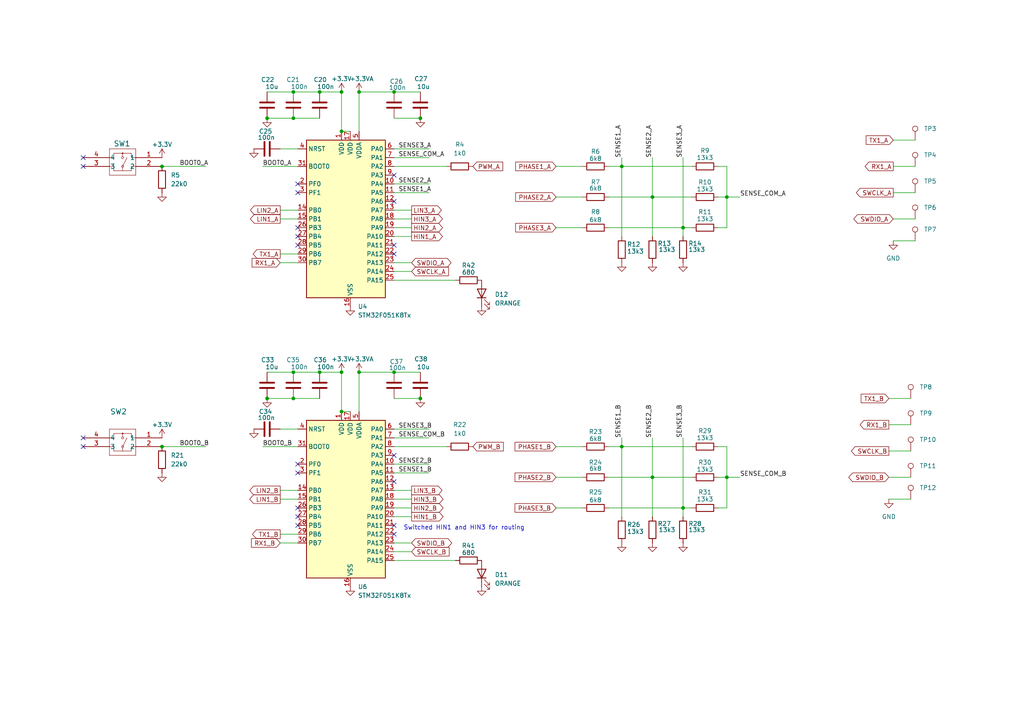
<source format=kicad_sch>
(kicad_sch (version 20231120) (generator "eeschema") (generator_version "8.0")
  (paper "A4")
  (lib_symbols
    (symbol "Connector:TestPoint" (pin_numbers hide) (pin_names (offset 0.762) hide)
      (property "Reference" "TP" (at 0 6.858 0))
      (property "Value" "TestPoint" (at 0 5.08 0))
      (symbol "TestPoint_0_1"
        (circle (center 0 3.302) (radius 0.762))
      )
      (symbol "TestPoint_1_1"
        (pin passive line (at 0 0 90) (length 2.54) (name "1") (number "1"))
      )
    )
    (symbol "Device:C" (pin_numbers hide) (pin_names (offset 0.254))
      (property "Reference" "C" (at 0.635 2.54 0))
      (property "Value" "C" (at 0.635 -2.54 0))
      (symbol "C_0_1"
        (polyline (pts (xy -2.032 -0.762) (xy 2.032 -0.762)) (stroke (width 0.508)))
        (polyline (pts (xy -2.032 0.762) (xy 2.032 0.762)) (stroke (width 0.508)))
      )
      (symbol "C_1_1"
        (pin passive line (at 0 3.81 270) (length 2.794) (name "~") (number "1"))
        (pin passive line (at 0 -3.81 90) (length 2.794) (name "~") (number "2"))
      )
    )
    (symbol "Device:LED" (pin_numbers hide) (pin_names (offset 1.016) hide)
      (property "Reference" "D" (at 0 2.54 0))
      (property "Value" "LED" (at 0 -2.54 0))
      (symbol "LED_0_1"
        (polyline (pts (xy -1.27 -1.27) (xy -1.27 1.27)) (stroke (width 0.254)))
        (polyline (pts (xy -1.27 0) (xy 1.27 0)))
        (polyline (pts (xy 1.27 -1.27) (xy 1.27 1.27) (xy -1.27 0) (xy 1.27 -1.27)) (stroke (width 0.254)))
        (polyline (pts (xy -3.048 -0.762) (xy -4.572 -2.286) (xy -3.81 -2.286) (xy -4.572 -2.286) (xy -4.572 -1.524)))
        (polyline (pts (xy -1.778 -0.762) (xy -3.302 -2.286) (xy -2.54 -2.286) (xy -3.302 -2.286) (xy -3.302 -1.524)))
      )
      (symbol "LED_1_1"
        (pin passive line (at -3.81 0 0) (length 2.54) (name "K") (number "1"))
        (pin passive line (at 3.81 0 180) (length 2.54) (name "A") (number "2"))
      )
    )
    (symbol "Device:R" (pin_numbers hide) (pin_names (offset 0))
      (property "Reference" "R" (at 2.032 0 90))
      (property "Value" "R" (at 0 0 90))
      (symbol "R_0_1"
        (rectangle (start -1.016 -2.54) (end 1.016 2.54) (stroke (width 0.254)))
      )
      (symbol "R_1_1"
        (pin passive line (at 0 3.81 270) (length 1.27) (name "~") (number "1"))
        (pin passive line (at 0 -3.81 90) (length 1.27) (name "~") (number "2"))
      )
    )
    (symbol "GND_2" (power) (pin_numbers hide) (pin_names (offset 0) hide)
      (property "Value" "GND" (at 0 -3.81 0))
      (symbol "GND_2_0_1"
        (polyline (pts (xy 0 0) (xy 0 -1.27) (xy 1.27 -1.27) (xy 0 -2.54) (xy -1.27 -1.27) (xy 0 -1.27)))
      )
      (symbol "GND_2_1_1"
        (pin power_in line (at 0 0 270) (length 0) (name "~") (number "1"))
      )
    )
    (symbol "MCU_ST_STM32F0:STM32F051K8Tx"
      (property "Reference" "U" (at -10.16 24.13 0))
      (property "Value" "STM32F051K8Tx" (at 7.62 24.13 0))
      (symbol "STM32F051K8Tx_0_1"
        (rectangle (start -10.16 -22.86) (end 12.7 22.86) (stroke (width 0.254)) (fill (type background)))
      )
      (symbol "STM32F051K8Tx_1_1"
        (pin power_in line (at 0 25.4 270) (length 2.54) (name "VDD") (number "1"))
        (pin bidirectional line (at 15.24 10.16 180) (length 2.54) (name "PA4") (number "10"))
        (pin bidirectional line (at 15.24 7.62 180) (length 2.54) (name "PA5") (number "11"))
        (pin bidirectional line (at 15.24 5.08 180) (length 2.54) (name "PA6") (number "12"))
        (pin bidirectional line (at 15.24 2.54 180) (length 2.54) (name "PA7") (number "13"))
        (pin bidirectional line (at -12.7 2.54 0) (length 2.54) (name "PB0") (number "14"))
        (pin bidirectional line (at -12.7 0 0) (length 2.54) (name "PB1") (number "15"))
        (pin power_in line (at 2.54 -25.4 90) (length 2.54) (name "VSS") (number "16"))
        (pin power_in line (at 2.54 25.4 270) (length 2.54) (name "VDD") (number "17"))
        (pin bidirectional line (at 15.24 0 180) (length 2.54) (name "PA8") (number "18"))
        (pin bidirectional line (at 15.24 -2.54 180) (length 2.54) (name "PA9") (number "19"))
        (pin bidirectional line (at -12.7 10.16 0) (length 2.54) (name "PF0") (number "2"))
        (pin bidirectional line (at 15.24 -5.08 180) (length 2.54) (name "PA10") (number "20"))
        (pin bidirectional line (at 15.24 -7.62 180) (length 2.54) (name "PA11") (number "21"))
        (pin bidirectional line (at 15.24 -10.16 180) (length 2.54) (name "PA12") (number "22"))
        (pin bidirectional line (at 15.24 -12.7 180) (length 2.54) (name "PA13") (number "23"))
        (pin bidirectional line (at 15.24 -15.24 180) (length 2.54) (name "PA14") (number "24"))
        (pin bidirectional line (at 15.24 -17.78 180) (length 2.54) (name "PA15") (number "25"))
        (pin bidirectional line (at -12.7 -2.54 0) (length 2.54) (name "PB3") (number "26"))
        (pin bidirectional line (at -12.7 -5.08 0) (length 2.54) (name "PB4") (number "27"))
        (pin bidirectional line (at -12.7 -7.62 0) (length 2.54) (name "PB5") (number "28"))
        (pin bidirectional line (at -12.7 -10.16 0) (length 2.54) (name "PB6") (number "29"))
        (pin bidirectional line (at -12.7 7.62 0) (length 2.54) (name "PF1") (number "3"))
        (pin bidirectional line (at -12.7 -12.7 0) (length 2.54) (name "PB7") (number "30"))
        (pin input line (at -12.7 15.24 0) (length 2.54) (name "BOOT0") (number "31"))
        (pin passive line (at 2.54 -25.4 90) (length 2.54) hide (name "VSS") (number "32"))
        (pin input line (at -12.7 20.32 0) (length 2.54) (name "NRST") (number "4"))
        (pin power_in line (at 5.08 25.4 270) (length 2.54) (name "VDDA") (number "5"))
        (pin bidirectional line (at 15.24 20.32 180) (length 2.54) (name "PA0") (number "6"))
        (pin bidirectional line (at 15.24 17.78 180) (length 2.54) (name "PA1") (number "7"))
        (pin bidirectional line (at 15.24 15.24 180) (length 2.54) (name "PA2") (number "8"))
        (pin bidirectional line (at 15.24 12.7 180) (length 2.54) (name "PA3") (number "9"))
      )
    )
    (symbol "Project_Library:EVP-AA602W" (pin_names (offset 0.254))
      (property "Reference" "SW" (at 11.43 7.62 0))
      (property "Value" "EVP-AA602W" (at 10.16 5.08 0))
      (symbol "EVP-AA602W_0_1"
        (polyline (pts (xy 7.62 -5.08) (xy 15.24 -5.08)) (stroke (width 0.127)))
        (polyline (pts (xy 7.62 -2.54) (xy 8.89 -2.54)) (stroke (width 0.127)))
        (polyline (pts (xy 7.62 0) (xy 8.89 0)) (stroke (width 0.127)))
        (polyline (pts (xy 7.62 2.54) (xy 7.62 -5.08)) (stroke (width 0.127)))
        (polyline (pts (xy 8.89 -3.81) (xy 13.97 -3.81)) (stroke (width 0.127)))
        (polyline (pts (xy 8.89 -2.54) (xy 8.89 -3.81)) (stroke (width 0.127)))
        (polyline (pts (xy 8.89 1.27) (xy 8.89 0)) (stroke (width 0.127)))
        (polyline (pts (xy 11.43 -3.81) (xy 11.43 -2.8575)) (stroke (width 0.127)))
        (polyline (pts (xy 11.43 -2.54) (xy 10.16 0)) (stroke (width 0.127)))
        (polyline (pts (xy 11.43 0.3175) (xy 11.43 1.27)) (stroke (width 0.127)))
        (polyline (pts (xy 13.97 -3.81) (xy 13.97 -2.54)) (stroke (width 0.127)))
        (polyline (pts (xy 13.97 -2.54) (xy 15.24 -2.54)) (stroke (width 0.127)))
        (polyline (pts (xy 13.97 0) (xy 13.97 1.27)) (stroke (width 0.127)))
        (polyline (pts (xy 13.97 0) (xy 15.24 0)) (stroke (width 0.127)))
        (polyline (pts (xy 13.97 1.27) (xy 8.89 1.27)) (stroke (width 0.127)))
        (polyline (pts (xy 15.24 -5.08) (xy 15.24 2.54)) (stroke (width 0.127)))
        (polyline (pts (xy 15.24 2.54) (xy 7.62 2.54)) (stroke (width 0.127)))
        (circle (center 11.43 -2.54) (radius 0.3048) (stroke (width 0.127)))
        (circle (center 11.43 0) (radius 0.3048) (stroke (width 0.127)))
        (circle (center 11.43 1.27) (radius 0.127) (stroke (width 0.2032)))
        (pin unspecified line (at 0 0 0) (length 7.62) (name "1") (number "1"))
        (pin unspecified line (at 0 -2.54 0) (length 7.62) (name "2") (number "2"))
        (pin unspecified line (at 22.86 -2.54 180) (length 7.62) (name "3") (number "3"))
        (pin unspecified line (at 22.86 0 180) (length 7.62) (name "4") (number "4"))
      )
    )
    (symbol "power:+3.3V" (power) (pin_names (offset 0))
      (property "Value" "+3.3V" (at 0 3.556 0))
      (symbol "+3.3V_0_1"
        (polyline (pts (xy -0.762 1.27) (xy 0 2.54)))
        (polyline (pts (xy 0 0) (xy 0 2.54)))
        (polyline (pts (xy 0 2.54) (xy 0.762 1.27)))
      )
      (symbol "+3.3V_1_1"
        (pin power_in line (at 0 0 90) (length 0) hide (name "+3.3V") (number "1"))
      )
    )
    (symbol "power:+3.3VA" (power) (pin_numbers hide) (pin_names (offset 0) hide)
      (property "Value" "+3.3VA" (at 0 3.556 0))
      (symbol "+3.3VA_0_1"
        (polyline (pts (xy -0.762 1.27) (xy 0 2.54)))
        (polyline (pts (xy 0 0) (xy 0 2.54)))
        (polyline (pts (xy 0 2.54) (xy 0.762 1.27)))
      )
      (symbol "+3.3VA_1_1"
        (pin power_in line (at 0 0 90) (length 0) (name "~") (number "1"))
      )
    )
    (symbol "power:GND" (power) (pin_numbers hide) (pin_names (offset 0) hide)
      (property "Value" "GND" (at 0 -3.81 0))
      (symbol "GND_0_1"
        (polyline (pts (xy 0 0) (xy 0 -1.27) (xy 1.27 -1.27) (xy 0 -2.54) (xy -1.27 -1.27) (xy 0 -1.27)))
      )
      (symbol "GND_1_1"
        (pin power_in line (at 0 0 270) (length 0) (name "~") (number "1"))
      )
    )
  )
  (junction (at 46.99 48.26))
  (junction (at 180.34 129.54))
  (junction (at 121.92 34.29))
  (junction (at 85.09 34.29))
  (junction (at 198.12 147.32))
  (junction (at 114.3 107.95))
  (junction (at 189.23 138.43))
  (junction (at 85.09 26.67))
  (junction (at 114.3 26.67))
  (junction (at 121.92 115.57))
  (junction (at 99.06 107.95))
  (junction (at 180.34 48.26))
  (junction (at 99.06 26.67))
  (junction (at 104.14 107.95))
  (junction (at 104.14 26.67))
  (junction (at 77.47 115.57))
  (junction (at 85.09 115.57))
  (junction (at 77.47 34.29))
  (junction (at 210.82 57.15))
  (junction (at 46.99 129.54))
  (junction (at 99.06 38.1))
  (junction (at 198.12 66.04))
  (junction (at 92.71 107.95))
  (junction (at 189.23 57.15))
  (junction (at 92.71 26.67))
  (junction (at 210.82 138.43))
  (junction (at 85.09 107.95))
  (junction (at 99.06 119.38))
  (no_connect (at 114.3 71.12))
  (no_connect (at 86.36 71.12))
  (no_connect (at 86.36 66.04))
  (no_connect (at 24.13 127))
  (no_connect (at 114.3 154.94))
  (no_connect (at 114.3 58.42))
  (no_connect (at 24.13 45.72))
  (no_connect (at 86.36 68.58))
  (no_connect (at 114.3 50.8))
  (no_connect (at 86.36 55.88))
  (no_connect (at 114.3 139.7))
  (no_connect (at 86.36 147.32))
  (no_connect (at 86.36 152.4))
  (no_connect (at 24.13 48.26))
  (no_connect (at 24.13 129.54))
  (no_connect (at 86.36 134.62))
  (no_connect (at 114.3 73.66))
  (no_connect (at 86.36 53.34))
  (no_connect (at 114.3 132.08))
  (no_connect (at 86.36 137.16))
  (no_connect (at 114.3 152.4))
  (no_connect (at 86.36 149.86))
  (wire (pts (xy 81.28 76.2) (xy 86.36 76.2)))
  (wire (pts (xy 114.3 144.78) (xy 119.38 144.78)))
  (wire (pts (xy 114.3 68.58) (xy 119.38 68.58)))
  (wire (pts (xy 189.23 57.15) (xy 189.23 68.58)))
  (wire (pts (xy 114.3 160.02) (xy 119.38 160.02)))
  (wire (pts (xy 208.28 129.54) (xy 210.82 129.54)))
  (wire (pts (xy 198.12 147.32) (xy 198.12 149.86)))
  (wire (pts (xy 114.3 76.2) (xy 119.38 76.2)))
  (wire (pts (xy 114.3 48.26) (xy 129.54 48.26)))
  (wire (pts (xy 85.09 26.67) (xy 92.71 26.67)))
  (wire (pts (xy 99.06 107.95) (xy 99.06 119.38)))
  (wire (pts (xy 77.47 34.29) (xy 85.09 34.29)))
  (wire (pts (xy 81.28 144.78) (xy 86.36 144.78)))
  (wire (pts (xy 104.14 26.67) (xy 104.14 38.1)))
  (wire (pts (xy 208.28 48.26) (xy 210.82 48.26)))
  (wire (pts (xy 114.3 137.16) (xy 124.46 137.16)))
  (wire (pts (xy 81.28 124.46) (xy 86.36 124.46)))
  (wire (pts (xy 81.28 154.94) (xy 86.36 154.94)))
  (wire (pts (xy 161.29 48.26) (xy 168.91 48.26)))
  (wire (pts (xy 46.99 129.54) (xy 59.69 129.54)))
  (wire (pts (xy 114.3 124.46) (xy 124.46 124.46)))
  (wire (pts (xy 198.12 66.04) (xy 198.12 68.58)))
  (wire (pts (xy 81.28 63.5) (xy 86.36 63.5)))
  (wire (pts (xy 114.3 115.57) (xy 121.92 115.57)))
  (wire (pts (xy 176.53 138.43) (xy 189.23 138.43)))
  (wire (pts (xy 99.06 26.67) (xy 99.06 38.1)))
  (wire (pts (xy 114.3 157.48) (xy 119.38 157.48)))
  (wire (pts (xy 210.82 129.54) (xy 210.82 138.43)))
  (wire (pts (xy 76.2 129.54) (xy 86.36 129.54)))
  (wire (pts (xy 257.81 123.19) (xy 264.16 123.19)))
  (wire (pts (xy 189.23 57.15) (xy 200.66 57.15)))
  (wire (pts (xy 176.53 66.04) (xy 198.12 66.04)))
  (wire (pts (xy 114.3 63.5) (xy 119.38 63.5)))
  (wire (pts (xy 180.34 48.26) (xy 200.66 48.26)))
  (wire (pts (xy 189.23 138.43) (xy 200.66 138.43)))
  (wire (pts (xy 176.53 48.26) (xy 180.34 48.26)))
  (wire (pts (xy 114.3 34.29) (xy 121.92 34.29)))
  (wire (pts (xy 77.47 26.67) (xy 85.09 26.67)))
  (wire (pts (xy 161.29 147.32) (xy 168.91 147.32)))
  (wire (pts (xy 208.28 57.15) (xy 210.82 57.15)))
  (wire (pts (xy 176.53 57.15) (xy 189.23 57.15)))
  (wire (pts (xy 208.28 138.43) (xy 210.82 138.43)))
  (wire (pts (xy 92.71 26.67) (xy 99.06 26.67)))
  (wire (pts (xy 257.81 144.78) (xy 264.16 144.78)))
  (wire (pts (xy 176.53 129.54) (xy 180.34 129.54)))
  (wire (pts (xy 46.99 48.26) (xy 59.69 48.26)))
  (wire (pts (xy 114.3 149.86) (xy 119.38 149.86)))
  (wire (pts (xy 189.23 138.43) (xy 189.23 149.86)))
  (wire (pts (xy 81.28 43.18) (xy 86.36 43.18)))
  (wire (pts (xy 132.08 162.56) (xy 114.3 162.56)))
  (wire (pts (xy 257.81 115.57) (xy 264.16 115.57)))
  (wire (pts (xy 180.34 129.54) (xy 200.66 129.54)))
  (wire (pts (xy 77.47 115.57) (xy 85.09 115.57)))
  (wire (pts (xy 210.82 57.15) (xy 214.63 57.15)))
  (wire (pts (xy 198.12 45.72) (xy 198.12 66.04)))
  (wire (pts (xy 257.81 138.43) (xy 264.16 138.43)))
  (wire (pts (xy 114.3 60.96) (xy 119.38 60.96)))
  (wire (pts (xy 161.29 138.43) (xy 168.91 138.43)))
  (wire (pts (xy 114.3 142.24) (xy 119.38 142.24)))
  (wire (pts (xy 85.09 107.95) (xy 92.71 107.95)))
  (wire (pts (xy 114.3 134.62) (xy 124.46 134.62)))
  (wire (pts (xy 208.28 66.04) (xy 210.82 66.04)))
  (wire (pts (xy 180.34 45.72) (xy 180.34 48.26)))
  (wire (pts (xy 114.3 78.74) (xy 119.38 78.74)))
  (wire (pts (xy 161.29 66.04) (xy 168.91 66.04)))
  (wire (pts (xy 114.3 55.88) (xy 124.46 55.88)))
  (wire (pts (xy 92.71 107.95) (xy 99.06 107.95)))
  (wire (pts (xy 210.82 57.15) (xy 210.82 66.04)))
  (wire (pts (xy 114.3 53.34) (xy 124.46 53.34)))
  (wire (pts (xy 81.28 157.48) (xy 86.36 157.48)))
  (wire (pts (xy 180.34 48.26) (xy 180.34 68.58)))
  (wire (pts (xy 104.14 26.67) (xy 114.3 26.67)))
  (wire (pts (xy 114.3 147.32) (xy 119.38 147.32)))
  (wire (pts (xy 176.53 147.32) (xy 198.12 147.32)))
  (wire (pts (xy 210.82 48.26) (xy 210.82 57.15)))
  (wire (pts (xy 198.12 147.32) (xy 200.66 147.32)))
  (wire (pts (xy 189.23 127) (xy 189.23 138.43)))
  (wire (pts (xy 114.3 129.54) (xy 129.54 129.54)))
  (wire (pts (xy 85.09 115.57) (xy 92.71 115.57)))
  (wire (pts (xy 210.82 138.43) (xy 210.82 147.32)))
  (wire (pts (xy 198.12 66.04) (xy 200.66 66.04)))
  (wire (pts (xy 99.06 119.38) (xy 101.6 119.38)))
  (wire (pts (xy 259.08 40.64) (xy 265.43 40.64)))
  (wire (pts (xy 259.08 63.5) (xy 265.43 63.5)))
  (wire (pts (xy 81.28 73.66) (xy 86.36 73.66)))
  (wire (pts (xy 189.23 45.72) (xy 189.23 57.15)))
  (wire (pts (xy 198.12 127) (xy 198.12 147.32)))
  (wire (pts (xy 114.3 26.67) (xy 121.92 26.67)))
  (wire (pts (xy 114.3 127) (xy 124.46 127)))
  (wire (pts (xy 161.29 57.15) (xy 168.91 57.15)))
  (wire (pts (xy 104.14 107.95) (xy 104.14 119.38)))
  (wire (pts (xy 85.09 34.29) (xy 92.71 34.29)))
  (wire (pts (xy 114.3 107.95) (xy 121.92 107.95)))
  (wire (pts (xy 104.14 107.95) (xy 114.3 107.95)))
  (wire (pts (xy 259.08 55.88) (xy 265.43 55.88)))
  (wire (pts (xy 114.3 45.72) (xy 124.46 45.72)))
  (wire (pts (xy 210.82 138.43) (xy 214.63 138.43)))
  (wire (pts (xy 208.28 147.32) (xy 210.82 147.32)))
  (wire (pts (xy 99.06 38.1) (xy 101.6 38.1)))
  (wire (pts (xy 81.28 60.96) (xy 86.36 60.96)))
  (wire (pts (xy 257.81 130.81) (xy 264.16 130.81)))
  (wire (pts (xy 77.47 107.95) (xy 85.09 107.95)))
  (wire (pts (xy 161.29 129.54) (xy 168.91 129.54)))
  (wire (pts (xy 132.08 81.28) (xy 114.3 81.28)))
  (wire (pts (xy 81.28 142.24) (xy 86.36 142.24)))
  (wire (pts (xy 259.08 48.26) (xy 265.43 48.26)))
  (wire (pts (xy 76.2 48.26) (xy 86.36 48.26)))
  (wire (pts (xy 114.3 43.18) (xy 124.46 43.18)))
  (wire (pts (xy 259.08 69.85) (xy 265.43 69.85)))
  (wire (pts (xy 114.3 66.04) (xy 119.38 66.04)))
  (wire (pts (xy 180.34 127) (xy 180.34 129.54)))
  (wire (pts (xy 180.34 129.54) (xy 180.34 149.86)))
  (text "Switched HIN1 and HIN3 for routing" (at 134.62 153.162 0) (effects (font (size 1.27 1.27))))
  (label "SENSE_COM_A" (at 115.57 45.72 0))
  (label "SENSE2_A" (at 115.57 53.34 0))
  (label "SENSE1_B" (at 115.57 137.16 0))
  (label "SENSE1_B" (at 180.34 127 90))
  (label "SENSE1_A" (at 115.57 55.88 0))
  (label "BOOT0_A" (at 52.07 48.26 0))
  (label "SENSE3_B" (at 198.12 127 90))
  (label "SENSE2_B" (at 189.23 127 90))
  (label "SENSE2_B" (at 115.57 134.62 0))
  (label "BOOT0_B" (at 52.07 129.54 0))
  (label "SENSE_COM_B" (at 214.63 138.43 0))
  (label "SENSE3_A" (at 198.12 45.72 90))
  (label "BOOT0_B" (at 76.2 129.54 0))
  (label "SENSE_COM_A" (at 214.63 57.15 0))
  (label "SENSE_COM_B" (at 115.57 127 0))
  (label "SENSE3_B" (at 115.57 124.46 0))
  (label "BOOT0_A" (at 76.2 48.26 0))
  (label "SENSE2_A" (at 189.23 45.72 90))
  (label "SENSE3_A" (at 115.57 43.18 0))
  (label "SENSE1_A" (at 180.34 45.72 90))
  (global_label "SWDIO_A" (shape bidirectional) (at 119.38 76.2 0) (property "Intersheetrefs" "${INTERSHEET_REFS}" (effects (hide yes))))
  (global_label "PHASE2_B" (shape input) (at 161.29 138.43 180) (property "Intersheetrefs" "${INTERSHEET_REFS}" (effects (hide yes))))
  (global_label "SWDIO_A" (shape bidirectional) (at 259.08 63.5 180) (property "Intersheetrefs" "${INTERSHEET_REFS}" (effects (hide yes))))
  (global_label "PWM_B" (shape input) (at 137.16 129.54 0) (property "Intersheetrefs" "${INTERSHEET_REFS}" (effects (hide yes))))
  (global_label "SWCLK_A" (shape output) (at 259.08 55.88 180) (property "Intersheetrefs" "${INTERSHEET_REFS}" (effects (hide yes))))
  (global_label "TX1_B" (shape input) (at 257.81 115.57 180) (property "Intersheetrefs" "${INTERSHEET_REFS}" (effects (hide yes))))
  (global_label "PHASE3_A" (shape input) (at 161.29 66.04 180) (property "Intersheetrefs" "${INTERSHEET_REFS}" (effects (hide yes))))
  (global_label "LIN3_B" (shape output) (at 119.38 142.24 0) (property "Intersheetrefs" "${INTERSHEET_REFS}" (effects (hide yes))))
  (global_label "SWCLK_B" (shape output) (at 257.81 130.81 180) (property "Intersheetrefs" "${INTERSHEET_REFS}" (effects (hide yes))))
  (global_label "PHASE3_B" (shape input) (at 161.29 147.32 180) (property "Intersheetrefs" "${INTERSHEET_REFS}" (effects (hide yes))))
  (global_label "TX1_A" (shape input) (at 259.08 40.64 180) (property "Intersheetrefs" "${INTERSHEET_REFS}" (effects (hide yes))))
  (global_label "PHASE1_B" (shape input) (at 161.29 129.54 180) (property "Intersheetrefs" "${INTERSHEET_REFS}" (effects (hide yes))))
  (global_label "PHASE1_A" (shape input) (at 161.29 48.26 180) (property "Intersheetrefs" "${INTERSHEET_REFS}" (effects (hide yes))))
  (global_label "TX1_B" (shape output) (at 81.28 154.94 180) (property "Intersheetrefs" "${INTERSHEET_REFS}" (effects (hide yes))))
  (global_label "HIN3_B" (shape output) (at 119.38 144.78 0) (property "Intersheetrefs" "${INTERSHEET_REFS}" (effects (hide yes))))
  (global_label "LIN3_A" (shape output) (at 119.38 60.96 0) (property "Intersheetrefs" "${INTERSHEET_REFS}" (effects (hide yes))))
  (global_label "SWDIO_B" (shape bidirectional) (at 257.81 138.43 180) (property "Intersheetrefs" "${INTERSHEET_REFS}" (effects (hide yes))))
  (global_label "RX1_A" (shape output) (at 259.08 48.26 180) (property "Intersheetrefs" "${INTERSHEET_REFS}" (effects (hide yes))))
  (global_label "TX1_A" (shape output) (at 81.28 73.66 180) (property "Intersheetrefs" "${INTERSHEET_REFS}" (effects (hide yes))))
  (global_label "SWDIO_B" (shape bidirectional) (at 119.38 157.48 0) (property "Intersheetrefs" "${INTERSHEET_REFS}" (effects (hide yes))))
  (global_label "RX1_B" (shape output) (at 257.81 123.19 180) (property "Intersheetrefs" "${INTERSHEET_REFS}" (effects (hide yes))))
  (global_label "HIN2_A" (shape output) (at 119.38 66.04 0) (property "Intersheetrefs" "${INTERSHEET_REFS}" (effects (hide yes))))
  (global_label "LIN2_A" (shape output) (at 81.28 60.96 180) (property "Intersheetrefs" "${INTERSHEET_REFS}" (effects (hide yes))))
  (global_label "SWCLK_B" (shape input) (at 119.38 160.02 0) (property "Intersheetrefs" "${INTERSHEET_REFS}" (effects (hide yes))))
  (global_label "PWM_A" (shape input) (at 137.16 48.26 0) (property "Intersheetrefs" "${INTERSHEET_REFS}" (effects (hide yes))))
  (global_label "SWCLK_A" (shape input) (at 119.38 78.74 0) (property "Intersheetrefs" "${INTERSHEET_REFS}" (effects (hide yes))))
  (global_label "HIN3_A" (shape output) (at 119.38 63.5 0) (property "Intersheetrefs" "${INTERSHEET_REFS}" (effects (hide yes))))
  (global_label "HIN2_B" (shape output) (at 119.38 147.32 0) (property "Intersheetrefs" "${INTERSHEET_REFS}" (effects (hide yes))))
  (global_label "HIN1_B" (shape output) (at 119.38 149.86 0) (property "Intersheetrefs" "${INTERSHEET_REFS}" (effects (hide yes))))
  (global_label "LIN1_A" (shape output) (at 81.28 63.5 180) (property "Intersheetrefs" "${INTERSHEET_REFS}" (effects (hide yes))))
  (global_label "RX1_A" (shape input) (at 81.28 76.2 180) (property "Intersheetrefs" "${INTERSHEET_REFS}" (effects (hide yes))))
  (global_label "PHASE2_A" (shape input) (at 161.29 57.15 180) (property "Intersheetrefs" "${INTERSHEET_REFS}" (effects (hide yes))))
  (global_label "LIN1_B" (shape output) (at 81.28 144.78 180) (property "Intersheetrefs" "${INTERSHEET_REFS}" (effects (hide yes))))
  (global_label "RX1_B" (shape input) (at 81.28 157.48 180) (property "Intersheetrefs" "${INTERSHEET_REFS}" (effects (hide yes))))
  (global_label "HIN1_A" (shape output) (at 119.38 68.58 0) (property "Intersheetrefs" "${INTERSHEET_REFS}" (effects (hide yes))))
  (global_label "LIN2_B" (shape output) (at 81.28 142.24 180) (property "Intersheetrefs" "${INTERSHEET_REFS}" (effects (hide yes))))
  (symbol (lib_id "Device:R") (at 189.23 72.39 0) (unit 1)
    (property "Reference" "R13" (at 190.754 70.612 0) (effects (justify left)))
    (property "Value" "13k3" (at 191.008 72.39 0) (effects (justify left)))
    (property "Footprint" "ProjectLibrary:R_0201_0603Metric" (effects (hide yes)))
    (property "Description" "Resistor" (effects (hide yes)))
    (property "Manufacturer" "YAGEO" (effects (hide yes)))
    (property "Part Number" "RC0201FR-0713K3L" (effects (hide yes)))
  )
  (symbol (lib_id "Device:LED") (at 139.7 85.09 90) (unit 1)
    (property "Reference" "D12" (at 143.51 85.4074 90) (effects (justify right)))
    (property "Value" "ORANGE" (at 143.51 87.9474 90) (effects (justify right)))
    (property "Footprint" "LED_SMD:LED_0603_1608Metric" (effects (hide yes)))
    (property "Description" "Light emitting diode" (effects (hide yes)))
    (property "Manufacturer" "Lite-On" (effects (hide yes)))
    (property "Part Number" "LTST-C191KFKT" (effects (hide yes)))
    (property "Voltage" "2" (effects (hide yes)))
  )
  (symbol (lib_id "Device:R") (at 133.35 129.54 90) (unit 1)
    (property "Reference" "R22" (at 133.35 123.19 90))
    (property "Value" "1k0" (at 133.35 125.73 90))
    (property "Footprint" "ProjectLibrary:R_0201_0603Metric" (effects (hide yes)))
    (property "Description" "Resistor" (effects (hide yes)))
    (property "Manufacturer" "YAGEO" (effects (hide yes)))
    (property "Part Number" "RC0402FR-071KL" (effects (hide yes)))
  )
  (symbol (lib_id "Device:C") (at 92.71 111.76 0) (unit 1)
    (property "Reference" "C36" (at 90.932 104.394 0) (effects (justify left)))
    (property "Value" "100n" (at 91.948 106.426 0) (effects (justify left)))
    (property "Footprint" "Capacitor_SMD:C_0402_1005Metric" (effects (hide yes)))
    (property "Description" "Unpolarized capacitor" (effects (hide yes)))
    (property "Part Number" "CC0402KRX5R7BB104" (effects (hide yes)))
    (property "Manufacturer" "YAGEO" (effects (hide yes)))
    (property "Voltage" "16" (effects (hide yes)))
  )
  (symbol (lib_id "Device:C") (at 85.09 30.48 0) (unit 1)
    (property "Reference" "C21" (at 83.058 23.114 0) (effects (justify left)))
    (property "Value" "100n" (at 84.328 25.146 0) (effects (justify left)))
    (property "Footprint" "Capacitor_SMD:C_0402_1005Metric" (effects (hide yes)))
    (property "Description" "Unpolarized capacitor" (effects (hide yes)))
    (property "Part Number" "CC0402KRX5R7BB104" (effects (hide yes)))
    (property "Manufacturer" "YAGEO" (effects (hide yes)))
    (property "Voltage" "16" (effects (hide yes)))
  )
  (symbol (lib_id "Device:C") (at 77.47 43.18 90) (unit 1)
    (property "Reference" "C25" (at 78.994 38.1 90) (effects (justify left)))
    (property "Value" "100n" (at 79.756 39.878 90) (effects (justify left)))
    (property "Footprint" "Capacitor_SMD:C_0402_1005Metric" (effects (hide yes)))
    (property "Description" "Unpolarized capacitor" (effects (hide yes)))
    (property "Part Number" "CC0402KRX5R7BB104" (effects (hide yes)))
    (property "Manufacturer" "YAGEO" (effects (hide yes)))
    (property "Voltage" "16" (effects (hide yes)))
  )
  (symbol (lib_id "Connector:TestPoint") (at 264.16 123.19 0) (unit 1)
    (property "Reference" "TP9" (at 266.7 119.8879 0) (effects (justify left)))
    (property "Value" "TestPoint" (effects (hide yes)))
    (property "Footprint" "TestPoint:TestPoint_Pad_1.0x1.0mm" (effects (hide yes)))
    (property "Description" "test point" (effects (hide yes)))
  )
  (symbol (lib_id "Connector:TestPoint") (at 265.43 69.85 0) (unit 1)
    (property "Reference" "TP7" (at 267.97 66.5479 0) (effects (justify left)))
    (property "Value" "TestPoint" (effects (hide yes)))
    (property "Footprint" "ProjectLibrary:TestPoint_Pad_1.0x1.5mm" (effects (hide yes)))
    (property "Description" "test point" (effects (hide yes)))
  )
  (symbol (lib_id "Device:R") (at 204.47 129.54 90) (unit 1)
    (property "Reference" "R29" (at 204.47 124.968 90))
    (property "Value" "13k3" (at 204.47 127 90))
    (property "Footprint" "ProjectLibrary:R_0201_0603Metric" (effects (hide yes)))
    (property "Description" "Resistor" (effects (hide yes)))
    (property "Manufacturer" "YAGEO" (effects (hide yes)))
    (property "Part Number" "RC0201FR-0713K3L" (effects (hide yes)))
  )
  (symbol (lib_id "Device:R") (at 135.89 162.56 90) (unit 1)
    (property "Reference" "R41" (at 135.89 158.242 90))
    (property "Value" "680" (at 135.89 160.274 90))
    (property "Footprint" "ProjectLibrary:R_0201_0603Metric" (effects (hide yes)))
    (property "Description" "Resistor" (effects (hide yes)))
    (property "Manufacturer" "YAGEO" (effects (hide yes)))
    (property "Part Number" "RC0402FR-13680RL" (effects (hide yes)))
  )
  (symbol (lib_id "Connector:TestPoint") (at 264.16 130.81 0) (unit 1)
    (property "Reference" "TP10" (at 266.7 127.5079 0) (effects (justify left)))
    (property "Value" "TestPoint" (effects (hide yes)))
    (property "Footprint" "TestPoint:TestPoint_Pad_1.0x1.0mm" (effects (hide yes)))
    (property "Description" "test point" (effects (hide yes)))
  )
  (symbol (lib_name "GND_2") (lib_id "power:GND") (at 121.92 115.57 0) (unit 1)
    (property "Reference" "#PWR072" (effects (hide yes)))
    (property "Value" "GND" (effects (hide yes)))
    (property "Description" "Power symbol creates a global label with name \"GND\" , ground" (effects (hide yes)))
  )
  (symbol (lib_id "MCU_ST_STM32F0:STM32F051K8Tx") (at 99.06 63.5 0) (unit 1)
    (property "Reference" "U4" (at 103.7941 88.9 0) (effects (justify left)))
    (property "Value" "STM32F051K8Tx" (at 103.7941 91.44 0) (effects (justify left)))
    (property "Footprint" "Package_QFP:LQFP-32_7x7mm_P0.8mm" (effects (hide yes)))
    (property "Datasheet" "https://www.st.com/resource/en/datasheet/stm32f051k8.pdf" (effects (hide yes)))
    (property "Description" "STMicroelectronics Arm Cortex-M0 MCU, 64KB flash, 8KB RAM, 48 MHz, 2.0-3.6V, 25 GPIO, LQFP32" (effects (hide yes)))
    (property "Manufacturer" "STM" (effects (hide yes)))
    (property "Part Number" "STM32F051K8T6" (effects (hide yes)))
  )
  (symbol (lib_id "Connector:TestPoint") (at 265.43 63.5 0) (unit 1)
    (property "Reference" "TP6" (at 267.97 60.1979 0) (effects (justify left)))
    (property "Value" "TestPoint" (effects (hide yes)))
    (property "Footprint" "TestPoint:TestPoint_Pad_1.0x1.0mm" (effects (hide yes)))
    (property "Description" "test point" (effects (hide yes)))
  )
  (symbol (lib_id "Device:C") (at 121.92 111.76 0) (unit 1)
    (property "Reference" "C38" (at 120.142 104.14 0) (effects (justify left)))
    (property "Value" "10u" (at 120.904 106.426 0) (effects (justify left)))
    (property "Footprint" "Capacitor_SMD:C_0402_1005Metric" (effects (hide yes)))
    (property "Part Number" "GRM155R61E102KA01D" (effects (hide yes)))
    (property "Voltage" "10" (effects (hide yes)))
    (property "Tolerance" "10%" (effects (hide yes)))
    (property "Manufacturer" "YAGEO" (effects (hide yes)))
  )
  (symbol (lib_id "Device:R") (at 180.34 153.67 0) (unit 1)
    (property "Reference" "R26" (at 181.864 152.146 0) (effects (justify left)))
    (property "Value" "13k3" (at 181.864 154.178 0) (effects (justify left)))
    (property "Footprint" "ProjectLibrary:R_0201_0603Metric" (effects (hide yes)))
    (property "Description" "Resistor" (effects (hide yes)))
    (property "Manufacturer" "YAGEO" (effects (hide yes)))
    (property "Part Number" "RC0201FR-0713K3L" (effects (hide yes)))
  )
  (symbol (lib_id "power:+3.3VA") (at 104.14 26.67 0) (unit 1)
    (property "Reference" "#PWR043" (effects (hide yes)))
    (property "Value" "+3.3VA" (at 104.902 22.86 0))
    (property "Description" "Power symbol creates a global label with name \"+3.3VA\"" (effects (hide yes)))
  )
  (symbol (lib_id "power:GND") (at 101.6 170.18 0) (unit 1)
    (property "Reference" "#PWR070" (effects (hide yes)))
    (property "Value" "GND" (effects (hide yes)))
    (property "Description" "Power symbol creates a global label with name \"GND\" , ground" (effects (hide yes)))
  )
  (symbol (lib_id "power:+3.3V") (at 99.06 107.95 0) (unit 1)
    (property "Reference" "#PWR069" (effects (hide yes)))
    (property "Value" "+3.3V" (at 99.06 104.14 0))
  )
  (symbol (lib_id "power:GND") (at 180.34 157.48 0) (unit 1)
    (property "Reference" "#PWR073" (effects (hide yes)))
    (property "Value" "GND" (effects (hide yes)))
    (property "Description" "Power symbol creates a global label with name \"GND\" , ground" (effects (hide yes)))
  )
  (symbol (lib_id "power:GND") (at 259.08 69.85 0) (unit 1)
    (property "Reference" "#PWR088" (effects (hide yes)))
    (property "Value" "GND" (at 259.08 74.93 0))
    (property "Description" "Power symbol creates a global label with name \"GND\" , ground" (effects (hide yes)))
  )
  (symbol (lib_id "power:+3.3VA") (at 104.14 107.95 0) (unit 1)
    (property "Reference" "#PWR071" (effects (hide yes)))
    (property "Value" "+3.3VA" (at 104.902 104.14 0))
    (property "Description" "Power symbol creates a global label with name \"+3.3VA\"" (effects (hide yes)))
  )
  (symbol (lib_id "Connector:TestPoint") (at 265.43 48.26 0) (unit 1)
    (property "Reference" "TP4" (at 267.97 44.9579 0) (effects (justify left)))
    (property "Value" "TestPoint" (effects (hide yes)))
    (property "Footprint" "TestPoint:TestPoint_Pad_1.0x1.0mm" (effects (hide yes)))
    (property "Description" "test point" (effects (hide yes)))
  )
  (symbol (lib_id "Connector:TestPoint") (at 264.16 144.78 0) (unit 1)
    (property "Reference" "TP12" (at 266.7 141.4779 0) (effects (justify left)))
    (property "Value" "TestPoint" (effects (hide yes)))
    (property "Footprint" "ProjectLibrary:TestPoint_Pad_1.0x1.5mm" (effects (hide yes)))
    (property "Description" "test point" (effects (hide yes)))
  )
  (symbol (lib_id "Connector:TestPoint") (at 264.16 115.57 0) (unit 1)
    (property "Reference" "TP8" (at 266.7 112.2679 0) (effects (justify left)))
    (property "Value" "TestPoint" (effects (hide yes)))
    (property "Footprint" "TestPoint:TestPoint_Pad_1.0x1.0mm" (effects (hide yes)))
    (property "Description" "test point" (effects (hide yes)))
  )
  (symbol (lib_id "Device:C") (at 121.92 30.48 0) (unit 1)
    (property "Reference" "C27" (at 120.142 22.86 0) (effects (justify left)))
    (property "Value" "10u" (at 120.904 25.146 0) (effects (justify left)))
    (property "Footprint" "Capacitor_SMD:C_0402_1005Metric" (effects (hide yes)))
    (property "Part Number" "GRM155R61E102KA01D" (effects (hide yes)))
    (property "Voltage" "10" (effects (hide yes)))
    (property "Tolerance" "10%" (effects (hide yes)))
    (property "Manufacturer" "YAGEO" (effects (hide yes)))
  )
  (symbol (lib_id "Connector:TestPoint") (at 264.16 138.43 0) (unit 1)
    (property "Reference" "TP11" (at 266.7 135.1279 0) (effects (justify left)))
    (property "Value" "TestPoint" (effects (hide yes)))
    (property "Footprint" "TestPoint:TestPoint_Pad_1.0x1.0mm" (effects (hide yes)))
    (property "Description" "test point" (effects (hide yes)))
  )
  (symbol (lib_id "Project_Library:EVP-AA602W") (at 46.99 45.72 0) (mirror y) (unit 1)
    (property "Reference" "SW1" (at 37.846 41.656 0) (effects (font (size 1.524 1.524)) (justify left)))
    (property "Value" "EVPAA602" (effects (hide yes)))
    (property "Footprint" "ProjectLibrary:EVPAA602" (effects (hide yes)))
    (property "Datasheet" "EVP-AA602W" (effects (hide yes)))
    (property "Manufacturer" "Panasonic" (effects (hide yes)))
    (property "Part Number" "EVP-AA602W" (effects (hide yes)))
  )
  (symbol (lib_id "power:GND") (at 77.47 34.29 0) (unit 1)
    (property "Reference" "#PWR036" (effects (hide yes)))
    (property "Value" "GND" (effects (hide yes)))
    (property "Description" "Power symbol creates a global label with name \"GND\" , ground" (effects (hide yes)))
  )
  (symbol (lib_id "Device:R") (at 172.72 147.32 90) (unit 1)
    (property "Reference" "R25" (at 172.72 142.748 90))
    (property "Value" "6k8" (at 172.72 145.034 90))
    (property "Footprint" "ProjectLibrary:R_0201_0603Metric" (effects (hide yes)))
    (property "Description" "Resistor" (effects (hide yes)))
    (property "Manufacturer" "YAGEO" (effects (hide yes)))
    (property "Part Number" "RC0201FR-076K8L" (effects (hide yes)))
  )
  (symbol (lib_name "GND_2") (lib_id "power:GND") (at 121.92 34.29 0) (unit 1)
    (property "Reference" "#PWR044" (effects (hide yes)))
    (property "Value" "GND" (effects (hide yes)))
    (property "Description" "Power symbol creates a global label with name \"GND\" , ground" (effects (hide yes)))
  )
  (symbol (lib_id "Device:R") (at 135.89 81.28 90) (unit 1)
    (property "Reference" "R42" (at 135.89 76.962 90))
    (property "Value" "680" (at 135.89 78.994 90))
    (property "Footprint" "ProjectLibrary:R_0201_0603Metric" (effects (hide yes)))
    (property "Description" "Resistor" (effects (hide yes)))
    (property "Manufacturer" "YAGEO" (effects (hide yes)))
    (property "Part Number" "RC0402FR-13680RL" (effects (hide yes)))
  )
  (symbol (lib_id "Device:C") (at 114.3 30.48 0) (unit 1)
    (property "Reference" "C26" (at 113.03 23.622 0) (effects (justify left)))
    (property "Value" "100n" (at 112.776 25.4 0) (effects (justify left)))
    (property "Footprint" "Capacitor_SMD:C_0402_1005Metric" (effects (hide yes)))
    (property "Part Number" "CC0402KRX5R7BB104" (effects (hide yes)))
    (property "Voltage" "16" (effects (hide yes)))
    (property "Tolerance" "10%" (effects (hide yes)))
    (property "Manufacturer" "YAGEO" (effects (hide yes)))
  )
  (symbol (lib_id "power:GND") (at 139.7 170.18 0) (unit 1)
    (property "Reference" "#PWR096" (effects (hide yes)))
    (property "Value" "GND" (effects (hide yes)))
    (property "Description" "Power symbol creates a global label with name \"GND\" , ground" (effects (hide yes)))
  )
  (symbol (lib_id "power:GND") (at 73.66 124.46 0) (unit 1)
    (property "Reference" "#PWR067" (effects (hide yes)))
    (property "Value" "GND" (effects (hide yes)))
    (property "Description" "Power symbol creates a global label with name \"GND\" , ground" (effects (hide yes)))
  )
  (symbol (lib_id "power:GND") (at 257.81 144.78 0) (unit 1)
    (property "Reference" "#PWR089" (effects (hide yes)))
    (property "Value" "GND" (at 257.81 149.86 0))
    (property "Description" "Power symbol creates a global label with name \"GND\" , ground" (effects (hide yes)))
  )
  (symbol (lib_name "GND_2") (lib_id "power:GND") (at 46.99 55.88 0) (unit 1)
    (property "Reference" "#PWR049" (effects (hide yes)))
    (property "Value" "GND" (effects (hide yes)))
    (property "Description" "Power symbol creates a global label with name \"GND\" , ground" (effects (hide yes)))
  )
  (symbol (lib_id "Device:C") (at 85.09 111.76 0) (unit 1)
    (property "Reference" "C35" (at 83.058 104.394 0) (effects (justify left)))
    (property "Value" "100n" (at 84.328 106.426 0) (effects (justify left)))
    (property "Footprint" "Capacitor_SMD:C_0402_1005Metric" (effects (hide yes)))
    (property "Description" "Unpolarized capacitor" (effects (hide yes)))
    (property "Part Number" "CC0402KRX5R7BB104" (effects (hide yes)))
    (property "Manufacturer" "YAGEO" (effects (hide yes)))
    (property "Voltage" "16" (effects (hide yes)))
  )
  (symbol (lib_id "Device:C") (at 114.3 111.76 0) (unit 1)
    (property "Reference" "C37" (at 113.03 104.902 0) (effects (justify left)))
    (property "Value" "100n" (at 112.776 106.68 0) (effects (justify left)))
    (property "Footprint" "Capacitor_SMD:C_0402_1005Metric" (effects (hide yes)))
    (property "Part Number" "CC0402KRX5R7BB104" (effects (hide yes)))
    (property "Voltage" "16" (effects (hide yes)))
    (property "Tolerance" "10%" (effects (hide yes)))
    (property "Manufacturer" "YAGEO" (effects (hide yes)))
  )
  (symbol (lib_id "Project_Library:EVP-AA602W") (at 46.99 127 0) (mirror y) (unit 1)
    (property "Reference" "SW2" (at 36.83 119.38 0) (effects (font (size 1.524 1.524)) (justify left)))
    (property "Value" "EVPAA602" (effects (hide yes)))
    (property "Footprint" "ProjectLibrary:EVPAA602" (effects (hide yes)))
    (property "Datasheet" "EVP-AA602W" (effects (hide yes)))
    (property "Manufacturer" "Panasonic" (effects (hide yes)))
    (property "Part Number" "EVP-AA602W" (effects (hide yes)))
  )
  (symbol (lib_id "power:GND") (at 101.6 88.9 0) (unit 1)
    (property "Reference" "#PWR047" (effects (hide yes)))
    (property "Value" "GND" (effects (hide yes)))
    (property "Description" "Power symbol creates a global label with name \"GND\" , ground" (effects (hide yes)))
  )
  (symbol (lib_id "Device:R") (at 204.47 66.04 90) (unit 1)
    (property "Reference" "R11" (at 204.47 61.468 90))
    (property "Value" "13k3" (at 204.47 63.5 90))
    (property "Footprint" "ProjectLibrary:R_0201_0603Metric" (effects (hide yes)))
    (property "Description" "Resistor" (effects (hide yes)))
    (property "Manufacturer" "YAGEO" (effects (hide yes)))
    (property "Part Number" "RC0201FR-0713K3L" (effects (hide yes)))
  )
  (symbol (lib_id "Device:C") (at 77.47 30.48 0) (unit 1)
    (property "Reference" "C22" (at 75.692 23.114 0) (effects (justify left)))
    (property "Value" "10u" (at 76.962 25.146 0) (effects (justify left)))
    (property "Footprint" "Capacitor_SMD:C_0402_1005Metric" (effects (hide yes)))
    (property "Description" "Unpolarized capacitor" (effects (hide yes)))
    (property "Part Number" "GRM155R61E102KA01D" (effects (hide yes)))
    (property "Manufacturer" "YAGEO" (effects (hide yes)))
    (property "Voltage" "10" (effects (hide yes)))
  )
  (symbol (lib_id "power:+3.3V") (at 46.99 45.72 0) (unit 1)
    (property "Reference" "#PWR050" (effects (hide yes)))
    (property "Value" "+3.3V" (at 46.99 41.91 0))
  )
  (symbol (lib_id "Device:C") (at 77.47 111.76 0) (unit 1)
    (property "Reference" "C33" (at 75.692 104.394 0) (effects (justify left)))
    (property "Value" "10u" (at 76.962 106.426 0) (effects (justify left)))
    (property "Footprint" "Capacitor_SMD:C_0402_1005Metric" (effects (hide yes)))
    (property "Description" "Unpolarized capacitor" (effects (hide yes)))
    (property "Part Number" "GRM155R61E102KA01D" (effects (hide yes)))
    (property "Manufacturer" "YAGEO" (effects (hide yes)))
    (property "Voltage" "10" (effects (hide yes)))
  )
  (symbol (lib_id "Device:R") (at 133.35 48.26 90) (unit 1)
    (property "Reference" "R4" (at 133.35 41.91 90))
    (property "Value" "1k0" (at 133.35 44.45 90))
    (property "Footprint" "ProjectLibrary:R_0201_0603Metric" (effects (hide yes)))
    (property "Description" "Resistor" (effects (hide yes)))
    (property "Manufacturer" "YAGEO" (effects (hide yes)))
    (property "Part Number" "RC0402FR-071KL" (effects (hide yes)))
  )
  (symbol (lib_id "Device:R") (at 172.72 57.15 90) (unit 1)
    (property "Reference" "R7" (at 172.72 52.832 90))
    (property "Value" "6k8" (at 172.72 54.61 90))
    (property "Footprint" "ProjectLibrary:R_0201_0603Metric" (effects (hide yes)))
    (property "Description" "Resistor" (effects (hide yes)))
    (property "Manufacturer" "YAGEO" (effects (hide yes)))
    (property "Part Number" "RC0201FR-076K8L" (effects (hide yes)))
  )
  (symbol (lib_id "Device:C") (at 92.71 30.48 0) (unit 1)
    (property "Reference" "C20" (at 90.932 23.114 0) (effects (justify left)))
    (property "Value" "100n" (at 91.948 25.146 0) (effects (justify left)))
    (property "Footprint" "Capacitor_SMD:C_0402_1005Metric" (effects (hide yes)))
    (property "Description" "Unpolarized capacitor" (effects (hide yes)))
    (property "Part Number" "CC0402KRX5R7BB104" (effects (hide yes)))
    (property "Manufacturer" "YAGEO" (effects (hide yes)))
    (property "Voltage" "16" (effects (hide yes)))
  )
  (symbol (lib_id "Device:C") (at 77.47 124.46 90) (unit 1)
    (property "Reference" "C34" (at 78.994 119.38 90) (effects (justify left)))
    (property "Value" "100n" (at 79.756 121.158 90) (effects (justify left)))
    (property "Footprint" "Capacitor_SMD:C_0402_1005Metric" (effects (hide yes)))
    (property "Description" "Unpolarized capacitor" (effects (hide yes)))
    (property "Part Number" "CC0402KRX5R7BB104" (effects (hide yes)))
    (property "Manufacturer" "YAGEO" (effects (hide yes)))
    (property "Voltage" "16" (effects (hide yes)))
  )
  (symbol (lib_id "Device:R") (at 180.34 72.39 0) (unit 1)
    (property "Reference" "R12" (at 181.864 70.866 0) (effects (justify left)))
    (property "Value" "13k3" (at 181.864 72.898 0) (effects (justify left)))
    (property "Footprint" "ProjectLibrary:R_0201_0603Metric" (effects (hide yes)))
    (property "Description" "Resistor" (effects (hide yes)))
    (property "Manufacturer" "YAGEO" (effects (hide yes)))
    (property "Part Number" "RC0201FR-0713K3L" (effects (hide yes)))
  )
  (symbol (lib_id "Device:R") (at 172.72 129.54 90) (unit 1)
    (property "Reference" "R23" (at 172.72 125.222 90))
    (property "Value" "6k8" (at 172.72 127.254 90))
    (property "Footprint" "ProjectLibrary:R_0201_0603Metric" (effects (hide yes)))
    (property "Description" "Resistor" (effects (hide yes)))
    (property "Manufacturer" "YAGEO" (effects (hide yes)))
    (property "Part Number" "RC0201FR-076K8L" (effects (hide yes)))
  )
  (symbol (lib_id "power:GND") (at 180.34 76.2 0) (unit 1)
    (property "Reference" "#PWR048" (effects (hide yes)))
    (property "Value" "GND" (effects (hide yes)))
    (property "Description" "Power symbol creates a global label with name \"GND\" , ground" (effects (hide yes)))
  )
  (symbol (lib_id "Device:R") (at 198.12 72.39 0) (unit 1)
    (property "Reference" "R14" (at 199.644 70.612 0) (effects (justify left)))
    (property "Value" "13k3" (at 199.644 72.39 0) (effects (justify left)))
    (property "Footprint" "ProjectLibrary:R_0201_0603Metric" (effects (hide yes)))
    (property "Description" "Resistor" (effects (hide yes)))
    (property "Manufacturer" "YAGEO" (effects (hide yes)))
    (property "Part Number" "RC0201FR-0713K3L" (effects (hide yes)))
  )
  (symbol (lib_id "power:GND") (at 139.7 88.9 0) (unit 1)
    (property "Reference" "#PWR099" (effects (hide yes)))
    (property "Value" "GND" (effects (hide yes)))
    (property "Description" "Power symbol creates a global label with name \"GND\" , ground" (effects (hide yes)))
  )
  (symbol (lib_id "power:+3.3V") (at 46.99 127 0) (unit 1)
    (property "Reference" "#PWR065" (effects (hide yes)))
    (property "Value" "+3.3V" (at 46.99 123.19 0))
  )
  (symbol (lib_id "power:+3.3V") (at 99.06 26.67 0) (unit 1)
    (property "Reference" "#PWR042" (effects (hide yes)))
    (property "Value" "+3.3V" (at 99.06 22.86 0))
  )
  (symbol (lib_id "Device:R") (at 204.47 147.32 90) (unit 1)
    (property "Reference" "R31" (at 204.47 142.748 90))
    (property "Value" "13k3" (at 204.47 144.78 90))
    (property "Footprint" "ProjectLibrary:R_0201_0603Metric" (effects (hide yes)))
    (property "Description" "Resistor" (effects (hide yes)))
    (property "Manufacturer" "YAGEO" (effects (hide yes)))
    (property "Part Number" "RC0201FR-0713K3L" (effects (hide yes)))
  )
  (symbol (lib_name "GND_2") (lib_id "power:GND") (at 46.99 137.16 0) (unit 1)
    (property "Reference" "#PWR066" (effects (hide yes)))
    (property "Value" "GND" (effects (hide yes)))
    (property "Description" "Power symbol creates a global label with name \"GND\" , ground" (effects (hide yes)))
  )
  (symbol (lib_id "power:GND") (at 73.66 43.18 0) (unit 1)
    (property "Reference" "#PWR046" (effects (hide yes)))
    (property "Value" "GND" (effects (hide yes)))
    (property "Description" "Power symbol creates a global label with name \"GND\" , ground" (effects (hide yes)))
  )
  (symbol (lib_id "Device:R") (at 46.99 133.35 0) (unit 1)
    (property "Reference" "R21" (at 49.53 132.08 0) (effects (justify left)))
    (property "Value" "22k0" (at 49.53 134.62 0) (effects (justify left)))
    (property "Footprint" "ProjectLibrary:R_0201_0603Metric" (effects (hide yes)))
    (property "Part Number" "RC0402FR-0722KL" (effects (hide yes)))
    (property "Tolerance" "1%" (effects (hide yes)))
    (property "Manufacturer" "YAGEO" (effects (hide yes)))
  )
  (symbol (lib_id "Device:R") (at 172.72 66.04 90) (unit 1)
    (property "Reference" "R8" (at 172.72 61.468 90))
    (property "Value" "6k8" (at 172.72 63.754 90))
    (property "Footprint" "ProjectLibrary:R_0201_0603Metric" (effects (hide yes)))
    (property "Description" "Resistor" (effects (hide yes)))
    (property "Manufacturer" "YAGEO" (effects (hide yes)))
    (property "Part Number" "RC0201FR-076K8L" (effects (hide yes)))
  )
  (symbol (lib_id "power:GND") (at 77.47 115.57 0) (unit 1)
    (property "Reference" "#PWR068" (effects (hide yes)))
    (property "Value" "GND" (effects (hide yes)))
    (property "Description" "Power symbol creates a global label with name \"GND\" , ground" (effects (hide yes)))
  )
  (symbol (lib_id "Device:R") (at 189.23 153.67 0) (unit 1)
    (property "Reference" "R27" (at 190.754 151.892 0) (effects (justify left)))
    (property "Value" "13k3" (at 191.008 153.67 0) (effects (justify left)))
    (property "Footprint" "ProjectLibrary:R_0201_0603Metric" (effects (hide yes)))
    (property "Description" "Resistor" (effects (hide yes)))
    (property "Manufacturer" "YAGEO" (effects (hide yes)))
    (property "Part Number" "RC0201FR-0713K3L" (effects (hide yes)))
  )
  (symbol (lib_id "Device:R") (at 172.72 48.26 90) (unit 1)
    (property "Reference" "R6" (at 172.72 43.942 90))
    (property "Value" "6k8" (at 172.72 45.974 90))
    (property "Footprint" "ProjectLibrary:R_0201_0603Metric" (effects (hide yes)))
    (property "Description" "Resistor" (effects (hide yes)))
    (property "Manufacturer" "YAGEO" (effects (hide yes)))
    (property "Part Number" "RC0201FR-076K8L" (effects (hide yes)))
  )
  (symbol (lib_id "Device:R") (at 198.12 153.67 0) (unit 1)
    (property "Reference" "R28" (at 199.644 151.892 0) (effects (justify left)))
    (property "Value" "13k3" (at 199.644 153.67 0) (effects (justify left)))
    (property "Footprint" "ProjectLibrary:R_0201_0603Metric" (effects (hide yes)))
    (property "Description" "Resistor" (effects (hide yes)))
    (property "Manufacturer" "YAGEO" (effects (hide yes)))
    (property "Part Number" "RC0201FR-0713K3L" (effects (hide yes)))
  )
  (symbol (lib_id "power:GND") (at 198.12 76.2 0) (unit 1)
    (property "Reference" "#PWR052" (effects (hide yes)))
    (property "Value" "GND" (effects (hide yes)))
    (property "Description" "Power symbol creates a global label with name \"GND\" , ground" (effects (hide yes)))
  )
  (symbol (lib_id "Connector:TestPoint") (at 265.43 40.64 0) (unit 1)
    (property "Reference" "TP3" (at 267.97 37.3379 0) (effects (justify left)))
    (property "Value" "TestPoint" (effects (hide yes)))
    (property "Footprint" "TestPoint:TestPoint_Pad_1.0x1.0mm" (effects (hide yes)))
    (property "Description" "test point" (effects (hide yes)))
  )
  (symbol (lib_id "power:GND") (at 189.23 157.48 0) (unit 1)
    (property "Reference" "#PWR074" (effects (hide yes)))
    (property "Value" "GND" (effects (hide yes)))
    (property "Description" "Power symbol creates a global label with name \"GND\" , ground" (effects (hide yes)))
  )
  (symbol (lib_id "Device:R") (at 204.47 48.26 90) (unit 1)
    (property "Reference" "R9" (at 204.47 43.688 90))
    (property "Value" "13k3" (at 204.47 45.72 90))
    (property "Footprint" "ProjectLibrary:R_0201_0603Metric" (effects (hide yes)))
    (property "Description" "Resistor" (effects (hide yes)))
    (property "Manufacturer" "YAGEO" (effects (hide yes)))
    (property "Part Number" "RC0201FR-0713K3L" (effects (hide yes)))
  )
  (symbol (lib_id "Device:R") (at 46.99 52.07 0) (unit 1)
    (property "Reference" "R5" (at 49.53 50.8 0) (effects (justify left)))
    (property "Value" "22k0" (at 49.53 53.34 0) (effects (justify left)))
    (property "Footprint" "ProjectLibrary:R_0201_0603Metric" (effects (hide yes)))
    (property "Part Number" "RC0402FR-0722KL" (effects (hide yes)))
    (property "Tolerance" "1%" (effects (hide yes)))
    (property "Manufacturer" "YAGEO" (effects (hide yes)))
  )
  (symbol (lib_id "power:GND") (at 198.12 157.48 0) (unit 1)
    (property "Reference" "#PWR075" (effects (hide yes)))
    (property "Value" "GND" (effects (hide yes)))
    (property "Description" "Power symbol creates a global label with name \"GND\" , ground" (effects (hide yes)))
  )
  (symbol (lib_id "Device:LED") (at 139.7 166.37 90) (unit 1)
    (property "Reference" "D11" (at 143.51 166.6874 90) (effects (justify right)))
    (property "Value" "ORANGE" (at 143.51 169.2274 90) (effects (justify right)))
    (property "Footprint" "LED_SMD:LED_0603_1608Metric" (effects (hide yes)))
    (property "Description" "Light emitting diode" (effects (hide yes)))
    (property "Manufacturer" "Lite-On" (effects (hide yes)))
    (property "Part Number" "LTST-C191KFKT" (effects (hide yes)))
    (property "Voltage" "2" (effects (hide yes)))
  )
  (symbol (lib_id "MCU_ST_STM32F0:STM32F051K8Tx") (at 99.06 144.78 0) (unit 1)
    (property "Reference" "U6" (at 103.7941 170.18 0) (effects (justify left)))
    (property "Value" "STM32F051K8Tx" (at 103.7941 172.72 0) (effects (justify left)))
    (property "Footprint" "Package_QFP:LQFP-32_7x7mm_P0.8mm" (effects (hide yes)))
    (property "Datasheet" "https://www.st.com/resource/en/datasheet/stm32f051k8.pdf" (effects (hide yes)))
    (property "Description" "STMicroelectronics Arm Cortex-M0 MCU, 64KB flash, 8KB RAM, 48 MHz, 2.0-3.6V, 25 GPIO, LQFP32" (effects (hide yes)))
    (property "Manufacturer" "STM" (effects (hide yes)))
    (property "Part Number" "STM32F051K8T6" (effects (hide yes)))
  )
  (symbol (lib_id "Device:R") (at 204.47 138.43 90) (unit 1)
    (property "Reference" "R30" (at 204.47 134.112 90))
    (property "Value" "13k3" (at 204.47 136.144 90))
    (property "Footprint" "ProjectLibrary:R_0201_0603Metric" (effects (hide yes)))
    (property "Description" "Resistor" (effects (hide yes)))
    (property "Manufacturer" "YAGEO" (effects (hide yes)))
    (property "Part Number" "RC0201FR-0713K3L" (effects (hide yes)))
  )
  (symbol (lib_id "Connector:TestPoint") (at 265.43 55.88 0) (unit 1)
    (property "Reference" "TP5" (at 267.97 52.5779 0) (effects (justify left)))
    (property "Value" "TestPoint" (effects (hide yes)))
    (property "Footprint" "TestPoint:TestPoint_Pad_1.0x1.0mm" (effects (hide yes)))
    (property "Description" "test point" (effects (hide yes)))
  )
  (symbol (lib_id "Device:R") (at 204.47 57.15 90) (unit 1)
    (property "Reference" "R10" (at 204.47 52.832 90))
    (property "Value" "13k3" (at 204.47 54.864 90))
    (property "Footprint" "ProjectLibrary:R_0201_0603Metric" (effects (hide yes)))
    (property "Description" "Resistor" (effects (hide yes)))
    (property "Manufacturer" "YAGEO" (effects (hide yes)))
    (property "Part Number" "RC0201FR-0713K3L" (effects (hide yes)))
  )
  (symbol (lib_id "power:GND") (at 189.23 76.2 0) (unit 1)
    (property "Reference" "#PWR051" (effects (hide yes)))
    (property "Value" "GND" (effects (hide yes)))
    (property "Description" "Power symbol creates a global label with name \"GND\" , ground" (effects (hide yes)))
  )
  (symbol (lib_id "Device:R") (at 172.72 138.43 90) (unit 1)
    (property "Reference" "R24" (at 172.72 134.112 90))
    (property "Value" "6k8" (at 172.72 135.89 90))
    (property "Footprint" "ProjectLibrary:R_0201_0603Metric" (effects (hide yes)))
    (property "Description" "Resistor" (effects (hide yes)))
    (property "Manufacturer" "YAGEO" (effects (hide yes)))
    (property "Part Number" "RC0201FR-076K8L" (effects (hide yes)))
  )
)
</source>
